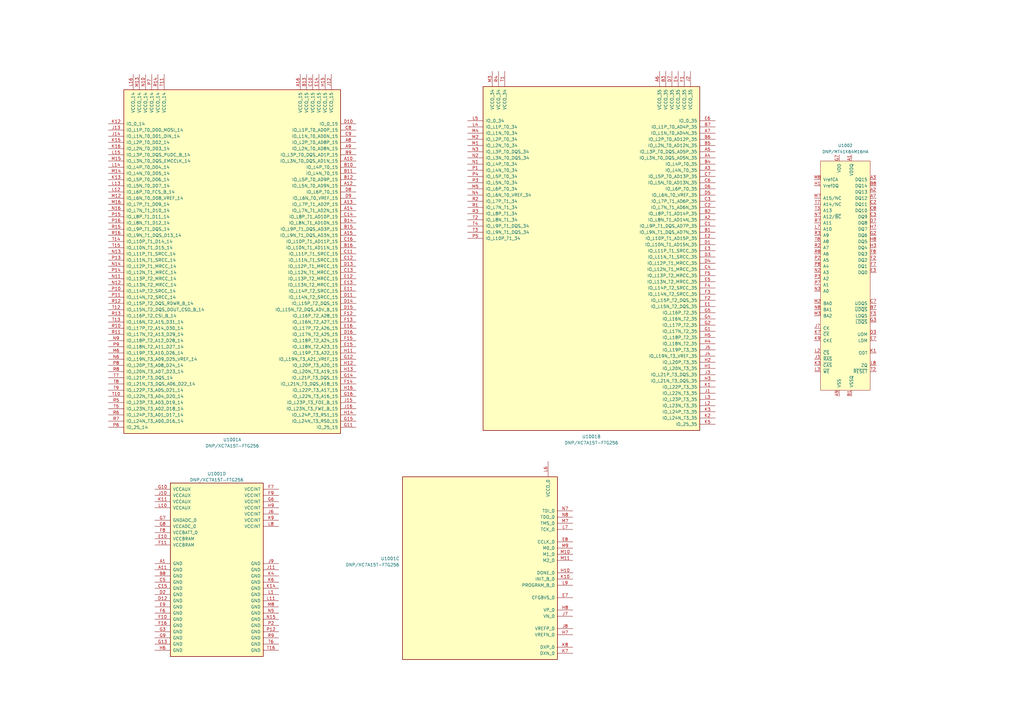
<source format=kicad_sch>
(kicad_sch (version 20210406) (generator eeschema)
  (paper "A3")
  (title_block (title "Archer Mainboard") (date "2021-05-06") (rev "R0.1 draft") (company "Copyright EI-2030 2021. / Engineer: Wenting Zhang") (comment 2 "MERCHANTABILITY, SATISFACTORY QUALITY AND FITNESS FOR A PARTICULAR PURPOSE.") (comment 3 "This source is distributed WITHOUT ANY EXPRESS OR IMPLIED WARRANTY, INCLUDING OF") (comment 4 "This source describes Open Hardware and is licensed under the CERN-OHL-S v2."))
  (lib_symbols
    (symbol "FPGA_Xilinx_Artix7:XC7A15T-FTG256" (pin_names (offset 1.016))
      (property "Reference" "U" (at 0 1.27 0))
      (property "Value" "XC7A15T-FTG256" (at 0 -1.27 0))
      (symbol "XC7A15T-FTG256_1_1"
        (rectangle (start -44.45 67.31) (end 44.45 -73.66) (stroke (width 0.254)) (fill (type background)))
        (pin bidirectional line (at 50.8 38.1 180) (length 6.35) (name "IO_L3N_T0_DQS_AD1N_15") (number "A10"))
        (pin bidirectional line (at 50.8 27.94 180) (length 6.35) (name "IO_L5N_T0_AD9N_15") (number "A12"))
        (pin bidirectional line (at 50.8 20.32 180) (length 6.35) (name "IO_L7P_T1_AD2P_15") (number "A13"))
        (pin bidirectional line (at 50.8 17.78 180) (length 6.35) (name "IO_L7N_T1_AD2N_15") (number "A14"))
        (pin bidirectional line (at 50.8 7.62 180) (length 6.35) (name "IO_L9N_T1_DQS_AD3N_15") (number "A15"))
        (pin power_in line (at 27.94 73.66 270) (length 6.35) (name "VCCO_15") (number "A16"))
        (pin bidirectional line (at 50.8 45.72 180) (length 6.35) (name "IO_L2P_T0_AD8P_15") (number "A8"))
        (pin bidirectional line (at 50.8 43.18 180) (length 6.35) (name "IO_L2N_T0_AD8N_15") (number "A9"))
        (pin bidirectional line (at 50.8 35.56 180) (length 6.35) (name "IO_L4P_T0_15") (number "B10"))
        (pin bidirectional line (at 50.8 33.02 180) (length 6.35) (name "IO_L4N_T0_15") (number "B11"))
        (pin bidirectional line (at 50.8 30.48 180) (length 6.35) (name "IO_L5P_T0_AD9P_15") (number "B12"))
        (pin power_in line (at 30.48 73.66 270) (length 6.35) (name "VCCO_15") (number "B13"))
        (pin bidirectional line (at 50.8 12.7 180) (length 6.35) (name "IO_L8N_T1_AD10N_15") (number "B14"))
        (pin bidirectional line (at 50.8 10.16 180) (length 6.35) (name "IO_L9P_T1_DQS_AD3P_15") (number "B15"))
        (pin bidirectional line (at 50.8 2.54 180) (length 6.35) (name "IO_L10N_T1_AD11N_15") (number "B16"))
        (pin bidirectional line (at 50.8 40.64 180) (length 6.35) (name "IO_L3P_T0_DQS_AD1P_15") (number "B9"))
        (pin power_in line (at 33.02 73.66 270) (length 6.35) (name "VCCO_15") (number "C10"))
        (pin bidirectional line (at 50.8 0 180) (length 6.35) (name "IO_L11P_T1_SRCC_15") (number "C11"))
        (pin bidirectional line (at 50.8 -2.54 180) (length 6.35) (name "IO_L11N_T1_SRCC_15") (number "C12"))
        (pin bidirectional line (at 50.8 -7.62 180) (length 6.35) (name "IO_L12N_T1_MRCC_15") (number "C13"))
        (pin bidirectional line (at 50.8 15.24 180) (length 6.35) (name "IO_L8P_T1_AD10P_15") (number "C14"))
        (pin bidirectional line (at 50.8 5.08 180) (length 6.35) (name "IO_L10P_T1_AD11P_15") (number "C16"))
        (pin bidirectional line (at 50.8 50.8 180) (length 6.35) (name "IO_L1P_T0_AD0P_15") (number "C8"))
        (pin bidirectional line (at 50.8 48.26 180) (length 6.35) (name "IO_L1N_T0_AD0N_15") (number "C9"))
        (pin bidirectional line (at 50.8 53.34 180) (length 6.35) (name "IO_0_15") (number "D10"))
        (pin bidirectional line (at 50.8 -17.78 180) (length 6.35) (name "IO_L14N_T2_SRCC_15") (number "D11"))
        (pin bidirectional line (at 50.8 -5.08 180) (length 6.35) (name "IO_L12P_T1_MRCC_15") (number "D13"))
        (pin bidirectional line (at 50.8 -20.32 180) (length 6.35) (name "IO_L15P_T2_DQS_15") (number "D14"))
        (pin bidirectional line (at 50.8 -22.86 180) (length 6.35) (name "IO_L15N_T2_DQS_ADV_B_15") (number "D15"))
        (pin bidirectional line (at 50.8 -33.02 180) (length 6.35) (name "IO_L17N_T2_A25_15") (number "D16"))
        (pin bidirectional line (at 50.8 25.4 180) (length 6.35) (name "IO_L6P_T0_15") (number "D8"))
        (pin bidirectional line (at 50.8 22.86 180) (length 6.35) (name "IO_L6N_T0_VREF_15") (number "D9"))
        (pin bidirectional line (at 50.8 -15.24 180) (length 6.35) (name "IO_L14P_T2_SRCC_15") (number "E11"))
        (pin bidirectional line (at 50.8 -10.16 180) (length 6.35) (name "IO_L13P_T2_MRCC_15") (number "E12"))
        (pin bidirectional line (at 50.8 -12.7 180) (length 6.35) (name "IO_L13N_T2_MRCC_15") (number "E13"))
        (pin power_in line (at 35.56 73.66 270) (length 6.35) (name "VCCO_15") (number "E14"))
        (pin bidirectional line (at 50.8 -38.1 180) (length 6.35) (name "IO_L18N_T2_A23_15") (number "E15"))
        (pin bidirectional line (at 50.8 -30.48 180) (length 6.35) (name "IO_L17P_T2_A26_15") (number "E16"))
        (pin bidirectional line (at 50.8 -25.4 180) (length 6.35) (name "IO_L16P_T2_A28_15") (number "F12"))
        (pin bidirectional line (at 50.8 -27.94 180) (length 6.35) (name "IO_L16N_T2_A27_15") (number "F13"))
        (pin bidirectional line (at 50.8 -53.34 180) (length 6.35) (name "IO_L21N_T3_DQS_A18_15") (number "F14"))
        (pin bidirectional line (at 50.8 -35.56 180) (length 6.35) (name "IO_L18P_T2_A24_15") (number "F15"))
        (pin bidirectional line (at 50.8 -71.12 180) (length 6.35) (name "IO_25_15") (number "G11"))
        (pin bidirectional line (at 50.8 -43.18 180) (length 6.35) (name "IO_L19N_T3_A21_VREF_15") (number "G12"))
        (pin bidirectional line (at 50.8 -50.8 180) (length 6.35) (name "IO_L21P_T3_DQS_15") (number "G14"))
        (pin bidirectional line (at 50.8 -68.58 180) (length 6.35) (name "IO_L24N_T3_RS0_15") (number "G15"))
        (pin bidirectional line (at 50.8 -58.42 180) (length 6.35) (name "IO_L22N_T3_A16_15") (number "G16"))
        (pin bidirectional line (at 50.8 -40.64 180) (length 6.35) (name "IO_L19P_T3_A22_15") (number "H11"))
        (pin bidirectional line (at 50.8 -45.72 180) (length 6.35) (name "IO_L20P_T3_A20_15") (number "H12"))
        (pin bidirectional line (at 50.8 -48.26 180) (length 6.35) (name "IO_L20N_T3_A19_15") (number "H13"))
        (pin bidirectional line (at 50.8 -66.04 180) (length 6.35) (name "IO_L24P_T3_RS1_15") (number "H14"))
        (pin power_in line (at 38.1 73.66 270) (length 6.35) (name "VCCO_15") (number "H15"))
        (pin bidirectional line (at 50.8 -55.88 180) (length 6.35) (name "IO_L22P_T3_A17_15") (number "H16"))
        (pin power_in line (at 40.64 73.66 270) (length 6.35) (name "VCCO_15") (number "J12"))
        (pin bidirectional line (at -50.8 50.8 0) (length 6.35) (name "IO_L1P_T0_D00_MOSI_14") (number "J13"))
        (pin bidirectional line (at -50.8 48.26 0) (length 6.35) (name "IO_L1N_T0_D01_DIN_14") (number "J14"))
        (pin bidirectional line (at 50.8 -60.96 180) (length 6.35) (name "IO_L23P_T3_FOE_B_15") (number "J15"))
        (pin bidirectional line (at 50.8 -63.5 180) (length 6.35) (name "IO_L23N_T3_FWE_B_15") (number "J16"))
        (pin bidirectional line (at -50.8 53.34 0) (length 6.35) (name "IO_0_14") (number "K12"))
        (pin bidirectional line (at -50.8 30.48 0) (length 6.35) (name "IO_L5P_T0_D06_14") (number "K13"))
        (pin bidirectional line (at -50.8 45.72 0) (length 6.35) (name "IO_L2P_T0_D02_14") (number "K15"))
        (pin bidirectional line (at -50.8 43.18 0) (length 6.35) (name "IO_L2N_T0_D03_14") (number "K16"))
        (pin bidirectional line (at -50.8 25.4 0) (length 6.35) (name "IO_L6P_T0_FCS_B_14") (number "L12"))
        (pin bidirectional line (at -50.8 27.94 0) (length 6.35) (name "IO_L5N_T0_D07_14") (number "L13"))
        (pin bidirectional line (at -50.8 35.56 0) (length 6.35) (name "IO_L4P_T0_D04_14") (number "L14"))
        (pin bidirectional line (at -50.8 40.64 0) (length 6.35) (name "IO_L3P_T0_DQS_PUDC_B_14") (number "L15"))
        (pin power_in line (at -40.64 73.66 270) (length 6.35) (name "VCCO_14") (number "L16"))
        (pin bidirectional line (at -50.8 22.86 0) (length 6.35) (name "IO_L6N_T0_D08_VREF_14") (number "M12"))
        (pin power_in line (at -38.1 73.66 270) (length 6.35) (name "VCCO_14") (number "M13"))
        (pin bidirectional line (at -50.8 33.02 0) (length 6.35) (name "IO_L4N_T0_D05_14") (number "M14"))
        (pin bidirectional line (at -50.8 38.1 0) (length 6.35) (name "IO_L3N_T0_DQS_EMCCLK_14") (number "M15"))
        (pin bidirectional line (at -50.8 20.32 0) (length 6.35) (name "IO_L7P_T1_D09_14") (number "M16"))
        (pin bidirectional line (at -50.8 -40.64 0) (length 6.35) (name "IO_L19P_T3_A10_D26_14") (number "M6"))
        (pin power_in line (at -35.56 73.66 270) (length 6.35) (name "VCCO_14") (number "N10"))
        (pin bidirectional line (at -50.8 -10.16 0) (length 6.35) (name "IO_L13P_T2_MRCC_14") (number "N11"))
        (pin bidirectional line (at -50.8 -12.7 0) (length 6.35) (name "IO_L13N_T2_MRCC_14") (number "N12"))
        (pin bidirectional line (at -50.8 0 0) (length 6.35) (name "IO_L11P_T1_SRCC_14") (number "N13"))
        (pin bidirectional line (at -50.8 -5.08 0) (length 6.35) (name "IO_L12P_T1_MRCC_14") (number "N14"))
        (pin bidirectional line (at -50.8 17.78 0) (length 6.35) (name "IO_L7N_T1_D10_14") (number "N16"))
        (pin bidirectional line (at -50.8 -43.18 0) (length 6.35) (name "IO_L19N_T3_A09_D25_VREF_14") (number "N6"))
        (pin bidirectional line (at -50.8 -35.56 0) (length 6.35) (name "IO_L18P_T2_A12_D28_14") (number "N9"))
        (pin bidirectional line (at -50.8 -15.24 0) (length 6.35) (name "IO_L14P_T2_SRCC_14") (number "P10"))
        (pin bidirectional line (at -50.8 -17.78 0) (length 6.35) (name "IO_L14N_T2_SRCC_14") (number "P11"))
        (pin bidirectional line (at -50.8 -2.54 0) (length 6.35) (name "IO_L11N_T1_SRCC_14") (number "P13"))
        (pin bidirectional line (at -50.8 -7.62 0) (length 6.35) (name "IO_L12N_T1_MRCC_14") (number "P14"))
        (pin bidirectional line (at -50.8 15.24 0) (length 6.35) (name "IO_L8P_T1_D11_14") (number "P15"))
        (pin bidirectional line (at -50.8 12.7 0) (length 6.35) (name "IO_L8N_T1_D12_14") (number "P16"))
        (pin bidirectional line (at -50.8 -71.12 0) (length 6.35) (name "IO_25_14") (number "P6"))
        (pin power_in line (at -33.02 73.66 270) (length 6.35) (name "VCCO_14") (number "P7"))
        (pin bidirectional line (at -50.8 -45.72 0) (length 6.35) (name "IO_L20P_T3_A08_D24_14") (number "P8"))
        (pin bidirectional line (at -50.8 -38.1 0) (length 6.35) (name "IO_L18N_T2_A11_D27_14") (number "P9"))
        (pin bidirectional line (at -50.8 -30.48 0) (length 6.35) (name "IO_L17P_T2_A14_D30_14") (number "R10"))
        (pin bidirectional line (at -50.8 -33.02 0) (length 6.35) (name "IO_L17N_T2_A13_D29_14") (number "R11"))
        (pin bidirectional line (at -50.8 -20.32 0) (length 6.35) (name "IO_L15P_T2_DQS_RDWR_B_14") (number "R12"))
        (pin bidirectional line (at -50.8 -25.4 0) (length 6.35) (name "IO_L16P_T2_CSI_B_14") (number "R13"))
        (pin power_in line (at -30.48 73.66 270) (length 6.35) (name "VCCO_14") (number "R14"))
        (pin bidirectional line (at -50.8 10.16 0) (length 6.35) (name "IO_L9P_T1_DQS_14") (number "R15"))
        (pin bidirectional line (at -50.8 7.62 0) (length 6.35) (name "IO_L9N_T1_DQS_D13_14") (number "R16"))
        (pin bidirectional line (at -50.8 -60.96 0) (length 6.35) (name "IO_L23P_T3_A03_D19_14") (number "R5"))
        (pin bidirectional line (at -50.8 -66.04 0) (length 6.35) (name "IO_L24P_T3_A01_D17_14") (number "R6"))
        (pin bidirectional line (at -50.8 -68.58 0) (length 6.35) (name "IO_L24N_T3_A00_D16_14") (number "R7"))
        (pin bidirectional line (at -50.8 -48.26 0) (length 6.35) (name "IO_L20N_T3_A07_D23_14") (number "R8"))
        (pin bidirectional line (at -50.8 -58.42 0) (length 6.35) (name "IO_L22N_T3_A04_D20_14") (number "T10"))
        (pin power_in line (at -27.94 73.66 270) (length 6.35) (name "VCCO_14") (number "T11"))
        (pin bidirectional line (at -50.8 -22.86 0) (length 6.35) (name "IO_L15N_T2_DQS_DOUT_CSO_B_14") (number "T12"))
        (pin bidirectional line (at -50.8 -27.94 0) (length 6.35) (name "IO_L16N_T2_A15_D31_14") (number "T13"))
        (pin bidirectional line (at -50.8 5.08 0) (length 6.35) (name "IO_L10P_T1_D14_14") (number "T14"))
        (pin bidirectional line (at -50.8 2.54 0) (length 6.35) (name "IO_L10N_T1_D15_14") (number "T15"))
        (pin bidirectional line (at -50.8 -63.5 0) (length 6.35) (name "IO_L23N_T3_A02_D18_14") (number "T5"))
        (pin bidirectional line (at -50.8 -50.8 0) (length 6.35) (name "IO_L21P_T3_DQS_14") (number "T7"))
        (pin bidirectional line (at -50.8 -53.34 0) (length 6.35) (name "IO_L21N_T3_DQS_A06_D22_14") (number "T8"))
        (pin bidirectional line (at -50.8 -55.88 0) (length 6.35) (name "IO_L22P_T3_A05_D21_14") (number "T9"))
      )
      (symbol "XC7A15T-FTG256_2_1"
        (rectangle (start -44.45 67.31) (end 44.45 -73.66) (stroke (width 0.254)) (fill (type background)))
        (pin bidirectional line (at 50.8 12.7 180) (length 6.35) (name "IO_L8N_T1_AD14N_35") (number "A2"))
        (pin bidirectional line (at 50.8 33.02 180) (length 6.35) (name "IO_L4N_T0_35") (number "A3"))
        (pin bidirectional line (at 50.8 38.1 180) (length 6.35) (name "IO_L3N_T0_DQS_AD5N_35") (number "A4"))
        (pin bidirectional line (at 50.8 40.64 180) (length 6.35) (name "IO_L3P_T0_DQS_AD5P_35") (number "A5"))
        (pin power_in line (at 27.94 73.66 270) (length 6.35) (name "VCCO_35") (number "A6"))
        (pin bidirectional line (at 50.8 48.26 180) (length 6.35) (name "IO_L1N_T0_AD4N_35") (number "A7"))
        (pin bidirectional line (at 50.8 7.62 180) (length 6.35) (name "IO_L9N_T1_DQS_AD7N_35") (number "B1"))
        (pin bidirectional line (at 50.8 15.24 180) (length 6.35) (name "IO_L8P_T1_AD14P_35") (number "B2"))
        (pin power_in line (at 30.48 73.66 270) (length 6.35) (name "VCCO_35") (number "B3"))
        (pin bidirectional line (at 50.8 35.56 180) (length 6.35) (name "IO_L4P_T0_35") (number "B4"))
        (pin bidirectional line (at 50.8 43.18 180) (length 6.35) (name "IO_L2N_T0_AD12N_35") (number "B5"))
        (pin bidirectional line (at 50.8 45.72 180) (length 6.35) (name "IO_L2P_T0_AD12P_35") (number "B6"))
        (pin bidirectional line (at 50.8 50.8 180) (length 6.35) (name "IO_L1P_T0_AD4P_35") (number "B7"))
        (pin bidirectional line (at 50.8 10.16 180) (length 6.35) (name "IO_L9P_T1_DQS_AD7P_35") (number "C1"))
        (pin bidirectional line (at 50.8 17.78 180) (length 6.35) (name "IO_L7N_T1_AD6N_35") (number "C2"))
        (pin bidirectional line (at 50.8 20.32 180) (length 6.35) (name "IO_L7P_T1_AD6P_35") (number "C3"))
        (pin bidirectional line (at 50.8 -7.62 180) (length 6.35) (name "IO_L12N_T1_MRCC_35") (number "C4"))
        (pin bidirectional line (at 50.8 27.94 180) (length 6.35) (name "IO_L5N_T0_AD13N_35") (number "C6"))
        (pin bidirectional line (at 50.8 30.48 180) (length 6.35) (name "IO_L5P_T0_AD13P_35") (number "C7"))
        (pin bidirectional line (at 50.8 2.54 180) (length 6.35) (name "IO_L10N_T1_AD15N_35") (number "D1"))
        (pin bidirectional line (at 50.8 -2.54 180) (length 6.35) (name "IO_L11N_T1_SRCC_35") (number "D3"))
        (pin bidirectional line (at 50.8 -5.08 180) (length 6.35) (name "IO_L12P_T1_MRCC_35") (number "D4"))
        (pin bidirectional line (at 50.8 22.86 180) (length 6.35) (name "IO_L6N_T0_VREF_35") (number "D5"))
        (pin bidirectional line (at 50.8 25.4 180) (length 6.35) (name "IO_L6P_T0_35") (number "D6"))
        (pin power_in line (at 33.02 73.66 270) (length 6.35) (name "VCCO_35") (number "D7"))
        (pin bidirectional line (at 50.8 -22.86 180) (length 6.35) (name "IO_L15N_T2_DQS_35") (number "E1"))
        (pin bidirectional line (at 50.8 5.08 180) (length 6.35) (name "IO_L10P_T1_AD15P_35") (number "E2"))
        (pin bidirectional line (at 50.8 0 180) (length 6.35) (name "IO_L11P_T1_SRCC_35") (number "E3"))
        (pin power_in line (at 35.56 73.66 270) (length 6.35) (name "VCCO_35") (number "E4"))
        (pin bidirectional line (at 50.8 -12.7 180) (length 6.35) (name "IO_L13N_T2_MRCC_35") (number "E5"))
        (pin bidirectional line (at 50.8 53.34 180) (length 6.35) (name "IO_0_35") (number "E6"))
        (pin power_in line (at 38.1 73.66 270) (length 6.35) (name "VCCO_35") (number "F1"))
        (pin bidirectional line (at 50.8 -20.32 180) (length 6.35) (name "IO_L15P_T2_DQS_35") (number "F2"))
        (pin bidirectional line (at 50.8 -17.78 180) (length 6.35) (name "IO_L14N_T2_SRCC_35") (number "F3"))
        (pin bidirectional line (at 50.8 -15.24 180) (length 6.35) (name "IO_L14P_T2_SRCC_35") (number "F4"))
        (pin bidirectional line (at 50.8 -10.16 180) (length 6.35) (name "IO_L13P_T2_MRCC_35") (number "F5"))
        (pin bidirectional line (at 50.8 -33.02 180) (length 6.35) (name "IO_L17N_T2_35") (number "G1"))
        (pin bidirectional line (at 50.8 -30.48 180) (length 6.35) (name "IO_L17P_T2_35") (number "G2"))
        (pin bidirectional line (at 50.8 -27.94 180) (length 6.35) (name "IO_L16N_T2_35") (number "G4"))
        (pin bidirectional line (at 50.8 -25.4 180) (length 6.35) (name "IO_L16P_T2_35") (number "G5"))
        (pin bidirectional line (at 50.8 -48.26 180) (length 6.35) (name "IO_L20N_T3_35") (number "H1"))
        (pin bidirectional line (at 50.8 -45.72 180) (length 6.35) (name "IO_L20P_T3_35") (number "H2"))
        (pin bidirectional line (at 50.8 -53.34 180) (length 6.35) (name "IO_L21N_T3_DQS_35") (number "H3"))
        (pin bidirectional line (at 50.8 -38.1 180) (length 6.35) (name "IO_L18N_T2_35") (number "H4"))
        (pin bidirectional line (at 50.8 -35.56 180) (length 6.35) (name "IO_L18P_T2_35") (number "H5"))
        (pin bidirectional line (at 50.8 -58.42 180) (length 6.35) (name "IO_L22N_T3_35") (number "J1"))
        (pin power_in line (at 40.64 73.66 270) (length 6.35) (name "VCCO_35") (number "J2"))
        (pin bidirectional line (at 50.8 -50.8 180) (length 6.35) (name "IO_L21P_T3_DQS_35") (number "J3"))
        (pin bidirectional line (at 50.8 -43.18 180) (length 6.35) (name "IO_L19N_T3_VREF_35") (number "J4"))
        (pin bidirectional line (at 50.8 -40.64 180) (length 6.35) (name "IO_L19P_T3_35") (number "J5"))
        (pin bidirectional line (at 50.8 -55.88 180) (length 6.35) (name "IO_L22P_T3_35") (number "K1"))
        (pin bidirectional line (at 50.8 -68.58 180) (length 6.35) (name "IO_L24N_T3_35") (number "K2"))
        (pin bidirectional line (at 50.8 -66.04 180) (length 6.35) (name "IO_L24P_T3_35") (number "K3"))
        (pin bidirectional line (at 50.8 -71.12 180) (length 6.35) (name "IO_25_35") (number "K5"))
        (pin bidirectional line (at 50.8 -63.5 180) (length 6.35) (name "IO_L23N_T3_35") (number "L2"))
        (pin bidirectional line (at 50.8 -60.96 180) (length 6.35) (name "IO_L23P_T3_35") (number "L3"))
        (pin bidirectional line (at -50.8 50.8 0) (length 6.35) (name "IO_L1P_T0_34") (number "L4"))
        (pin bidirectional line (at -50.8 53.34 0) (length 6.35) (name "IO_0_34") (number "L5"))
        (pin bidirectional line (at -50.8 43.18 0) (length 6.35) (name "IO_L2N_T0_34") (number "M1"))
        (pin bidirectional line (at -50.8 45.72 0) (length 6.35) (name "IO_L2P_T0_34") (number "M2"))
        (pin power_in line (at -40.64 73.66 270) (length 6.35) (name "VCCO_34") (number "M3"))
        (pin bidirectional line (at -50.8 48.26 0) (length 6.35) (name "IO_L1N_T0_34") (number "M4"))
        (pin bidirectional line (at -50.8 25.4 0) (length 6.35) (name "IO_L6P_T0_34") (number "M5"))
        (pin bidirectional line (at -50.8 35.56 0) (length 6.35) (name "IO_L4P_T0_34") (number "N1"))
        (pin bidirectional line (at -50.8 38.1 0) (length 6.35) (name "IO_L3N_T0_DQS_34") (number "N2"))
        (pin bidirectional line (at -50.8 40.64 0) (length 6.35) (name "IO_L3P_T0_DQS_34") (number "N3"))
        (pin bidirectional line (at -50.8 22.86 0) (length 6.35) (name "IO_L6N_T0_VREF_34") (number "N4"))
        (pin bidirectional line (at -50.8 33.02 0) (length 6.35) (name "IO_L4N_T0_34") (number "P1"))
        (pin bidirectional line (at -50.8 27.94 0) (length 6.35) (name "IO_L5N_T0_34") (number "P3"))
        (pin bidirectional line (at -50.8 30.48 0) (length 6.35) (name "IO_L5P_T0_34") (number "P4"))
        (pin bidirectional line (at -50.8 5.08 0) (length 6.35) (name "IO_L10P_T1_34") (number "P5"))
        (pin bidirectional line (at -50.8 17.78 0) (length 6.35) (name "IO_L7N_T1_34") (number "R1"))
        (pin bidirectional line (at -50.8 20.32 0) (length 6.35) (name "IO_L7P_T1_34") (number "R2"))
        (pin bidirectional line (at -50.8 15.24 0) (length 6.35) (name "IO_L8P_T1_34") (number "R3"))
        (pin power_in line (at -38.1 73.66 270) (length 6.35) (name "VCCO_34") (number "R4"))
        (pin power_in line (at -35.56 73.66 270) (length 6.35) (name "VCCO_34") (number "T1"))
        (pin bidirectional line (at -50.8 12.7 0) (length 6.35) (name "IO_L8N_T1_34") (number "T2"))
        (pin bidirectional line (at -50.8 7.62 0) (length 6.35) (name "IO_L9N_T1_DQS_34") (number "T3"))
        (pin bidirectional line (at -50.8 10.16 0) (length 6.35) (name "IO_L9P_T1_DQS_34") (number "T4"))
      )
      (symbol "XC7A15T-FTG256_3_1"
        (rectangle (start -31.75 34.29) (end 31.75 -40.64) (stroke (width 0.254)) (fill (type background)))
        (pin bidirectional line (at 38.1 -15.24 180) (length 6.35) (name "CFGBVS_0") (number "E7"))
        (pin bidirectional line (at 38.1 7.62 180) (length 6.35) (name "CCLK_0") (number "E8"))
        (pin bidirectional line (at 38.1 -5.08 180) (length 6.35) (name "DONE_0") (number "H10"))
        (pin bidirectional line (at 38.1 -30.48 180) (length 6.35) (name "VREFN_0") (number "H7"))
        (pin bidirectional line (at 38.1 -20.32 180) (length 6.35) (name "VP_0") (number "H8"))
        (pin bidirectional line (at 38.1 -22.86 180) (length 6.35) (name "VN_0") (number "J7"))
        (pin bidirectional line (at 38.1 -27.94 180) (length 6.35) (name "VREFP_0") (number "J8"))
        (pin bidirectional line (at 38.1 -7.62 180) (length 6.35) (name "INIT_B_0") (number "K10"))
        (pin bidirectional line (at 38.1 -38.1 180) (length 6.35) (name "DXN_0") (number "K7"))
        (pin bidirectional line (at 38.1 -35.56 180) (length 6.35) (name "DXP_0") (number "K8"))
        (pin power_in line (at 27.94 40.64 270) (length 6.35) (name "VCCO_0") (number "L6"))
        (pin bidirectional line (at 38.1 12.7 180) (length 6.35) (name "TCK_0") (number "L7"))
        (pin bidirectional line (at 38.1 -10.16 180) (length 6.35) (name "PROGRAM_B_0") (number "L9"))
        (pin bidirectional line (at 38.1 2.54 180) (length 6.35) (name "M1_0") (number "M10"))
        (pin bidirectional line (at 38.1 0 180) (length 6.35) (name "M2_0") (number "M11"))
        (pin bidirectional line (at 38.1 15.24 180) (length 6.35) (name "TMS_0") (number "M7"))
        (pin bidirectional line (at 38.1 5.08 180) (length 6.35) (name "M0_0") (number "M9"))
        (pin bidirectional line (at 38.1 20.32 180) (length 6.35) (name "TDI_0") (number "N7"))
        (pin bidirectional line (at 38.1 17.78 180) (length 6.35) (name "TDO_0") (number "N8"))
      )
      (symbol "XC7A15T-FTG256_4_1"
        (rectangle (start -19.05 35.56) (end 19.05 -35.56) (stroke (width 0.254)) (fill (type background)))
        (pin power_in line (at -25.4 2.54 0) (length 6.35) (name "GND") (number "A1"))
        (pin power_in line (at -25.4 0 0) (length 6.35) (name "GND") (number "A11"))
        (pin power_in line (at -25.4 -2.54 0) (length 6.35) (name "GND") (number "B8"))
        (pin power_in line (at -25.4 -7.62 0) (length 6.35) (name "GND") (number "C15"))
        (pin power_in line (at -25.4 -5.08 0) (length 6.35) (name "GND") (number "C5"))
        (pin power_in line (at -25.4 -12.7 0) (length 6.35) (name "GND") (number "D12"))
        (pin power_in line (at -25.4 -10.16 0) (length 6.35) (name "GND") (number "D2"))
        (pin power_in line (at -25.4 12.7 0) (length 6.35) (name "VCCBRAM") (number "E10"))
        (pin power_in line (at -25.4 -15.24 0) (length 6.35) (name "GND") (number "E9"))
        (pin power_in line (at -25.4 -20.32 0) (length 6.35) (name "GND") (number "F10"))
        (pin power_in line (at -25.4 10.16 0) (length 6.35) (name "VCCBRAM") (number "F11"))
        (pin power_in line (at -25.4 -22.86 0) (length 6.35) (name "GND") (number "F16"))
        (pin power_in line (at -25.4 -17.78 0) (length 6.35) (name "GND") (number "F6"))
        (pin power_in line (at 25.4 33.02 180) (length 6.35) (name "VCCINT") (number "F7"))
        (pin power_in line (at -25.4 15.24 0) (length 6.35) (name "VCCBATT_0") (number "F8"))
        (pin power_in line (at 25.4 30.48 180) (length 6.35) (name "VCCINT") (number "F9"))
        (pin power_in line (at -25.4 33.02 0) (length 6.35) (name "VCCAUX") (number "G10"))
        (pin power_in line (at -25.4 -30.48 0) (length 6.35) (name "GND") (number "G13"))
        (pin power_in line (at -25.4 -25.4 0) (length 6.35) (name "GND") (number "G3"))
        (pin power_in line (at 25.4 27.94 180) (length 6.35) (name "VCCINT") (number "G6"))
        (pin power_in line (at -25.4 20.32 0) (length 6.35) (name "GNDADC_0") (number "G7"))
        (pin power_in line (at -25.4 17.78 0) (length 6.35) (name "VCCADC_0") (number "G8"))
        (pin power_in line (at -25.4 -27.94 0) (length 6.35) (name "GND") (number "G9"))
        (pin power_in line (at -25.4 -33.02 0) (length 6.35) (name "GND") (number "H6"))
        (pin power_in line (at 25.4 25.4 180) (length 6.35) (name "VCCINT") (number "H9"))
        (pin power_in line (at -25.4 30.48 0) (length 6.35) (name "VCCAUX") (number "J10"))
        (pin power_in line (at 25.4 0 180) (length 6.35) (name "GND") (number "J11"))
        (pin power_in line (at 25.4 22.86 180) (length 6.35) (name "VCCINT") (number "J6"))
        (pin power_in line (at 25.4 2.54 180) (length 6.35) (name "GND") (number "J9"))
        (pin power_in line (at -25.4 27.94 0) (length 6.35) (name "VCCAUX") (number "K11"))
        (pin power_in line (at 25.4 -7.62 180) (length 6.35) (name "GND") (number "K14"))
        (pin power_in line (at 25.4 -2.54 180) (length 6.35) (name "GND") (number "K4"))
        (pin power_in line (at 25.4 -5.08 180) (length 6.35) (name "GND") (number "K6"))
        (pin power_in line (at 25.4 20.32 180) (length 6.35) (name "VCCINT") (number "K9"))
        (pin power_in line (at 25.4 -10.16 180) (length 6.35) (name "GND") (number "L1"))
        (pin power_in line (at -25.4 25.4 0) (length 6.35) (name "VCCAUX") (number "L10"))
        (pin power_in line (at 25.4 -12.7 180) (length 6.35) (name "GND") (number "L11"))
        (pin power_in line (at 25.4 17.78 180) (length 6.35) (name "VCCINT") (number "L8"))
        (pin power_in line (at 25.4 -15.24 180) (length 6.35) (name "GND") (number "M8"))
        (pin power_in line (at 25.4 -20.32 180) (length 6.35) (name "GND") (number "N15"))
        (pin power_in line (at 25.4 -17.78 180) (length 6.35) (name "GND") (number "N5"))
        (pin power_in line (at 25.4 -25.4 180) (length 6.35) (name "GND") (number "P12"))
        (pin power_in line (at 25.4 -22.86 180) (length 6.35) (name "GND") (number "P2"))
        (pin power_in line (at 25.4 -27.94 180) (length 6.35) (name "GND") (number "R9"))
        (pin power_in line (at 25.4 -33.02 180) (length 6.35) (name "GND") (number "T16"))
        (pin power_in line (at 25.4 -30.48 180) (length 6.35) (name "GND") (number "T6"))
      )
    )
    (symbol "symbols:MT41K256M16HA" (pin_names (offset 1.016))
      (property "Reference" "U" (at 0 5.08 0))
      (property "Value" "MT41K256M16HA" (at 0 5.08 0))
      (symbol "MT41K256M16HA_0_1"
        (rectangle (start -10.16 -2.54) (end 10.16 -96.52) (fill (type background)))
      )
      (symbol "MT41K256M16HA_1_1"
        (pin power_in line (at 2.54 0 270) (length 2.54) (name "VDDQ") (number "A1"))
        (pin bidirectional line (at 12.7 -15.24 180) (length 2.54) (name "DQ13") (number "A2"))
        (pin bidirectional line (at 12.7 -10.16 180) (length 2.54) (name "DQ15") (number "A3"))
        (pin bidirectional line (at 12.7 -17.78 180) (length 2.54) (name "DQ12") (number "A7"))
        (pin power_in line (at 2.54 0 270) (length 2.54) hide (name "VDDQ") (number "A8"))
        (pin power_in line (at -2.54 -99.06 90) (length 2.54) (name "VSS") (number "A9"))
        (pin power_in line (at 2.54 -99.06 90) (length 2.54) (name "VSSQ") (number "B1"))
        (pin power_in line (at -2.54 0 270) (length 2.54) hide (name "VDD") (number "B2"))
        (pin power_in line (at -2.54 -99.06 90) (length 2.54) hide (name "VSS") (number "B3"))
        (pin input line (at 12.7 -63.5 180) (length 2.54) (name "~UDQS") (number "B7"))
        (pin bidirectional line (at 12.7 -12.7 180) (length 2.54) (name "DQ14") (number "B8"))
        (pin power_in line (at 2.54 -99.06 90) (length 2.54) hide (name "VSSQ") (number "B9"))
        (pin power_in line (at 2.54 0 270) (length 2.54) hide (name "VDDQ") (number "C1"))
        (pin bidirectional line (at 12.7 -20.32 180) (length 2.54) (name "DQ11") (number "C2"))
        (pin bidirectional line (at 12.7 -25.4 180) (length 2.54) (name "DQ9") (number "C3"))
        (pin bidirectional line (at 12.7 -60.96 180) (length 2.54) (name "UDQS") (number "C7"))
        (pin bidirectional line (at 12.7 -22.86 180) (length 2.54) (name "DQ10") (number "C8"))
        (pin power_in line (at 2.54 0 270) (length 2.54) hide (name "VDDQ") (number "C9"))
        (pin power_in line (at 2.54 -99.06 90) (length 2.54) hide (name "VSSQ") (number "D1"))
        (pin power_in line (at 2.54 0 270) (length 2.54) hide (name "VDDQ") (number "D2"))
        (pin input line (at 12.7 -73.66 180) (length 2.54) (name "UDM") (number "D3"))
        (pin bidirectional line (at 12.7 -27.94 180) (length 2.54) (name "DQ8") (number "D7"))
        (pin power_in line (at 2.54 -99.06 90) (length 2.54) hide (name "VSSQ") (number "D8"))
        (pin power_in line (at -2.54 0 270) (length 2.54) hide (name "VDD") (number "D9"))
        (pin power_in line (at -2.54 -99.06 90) (length 2.54) hide (name "VSS") (number "E1"))
        (pin power_in line (at 2.54 -99.06 90) (length 2.54) hide (name "VSSQ") (number "E2"))
        (pin bidirectional line (at 12.7 -48.26 180) (length 2.54) (name "DQ0") (number "E3"))
        (pin input line (at 12.7 -76.2 180) (length 2.54) (name "LDM") (number "E7"))
        (pin power_in line (at 2.54 -99.06 90) (length 2.54) hide (name "VSSQ") (number "E8"))
        (pin power_in line (at 2.54 0 270) (length 2.54) hide (name "VDDQ") (number "E9"))
        (pin power_in line (at 2.54 0 270) (length 2.54) hide (name "VDDQ") (number "F1"))
        (pin bidirectional line (at 12.7 -43.18 180) (length 2.54) (name "DQ2") (number "F2"))
        (pin input line (at 12.7 -66.04 180) (length 2.54) (name "LDQS") (number "F3"))
        (pin bidirectional line (at 12.7 -45.72 180) (length 2.54) (name "DQ1") (number "F7"))
        (pin bidirectional line (at 12.7 -40.64 180) (length 2.54) (name "DQ3") (number "F8"))
        (pin power_in line (at 2.54 -99.06 90) (length 2.54) hide (name "VSSQ") (number "F9"))
        (pin power_in line (at 2.54 -99.06 90) (length 2.54) hide (name "VSSQ") (number "G1"))
        (pin bidirectional line (at 12.7 -33.02 180) (length 2.54) (name "DQ6") (number "G2"))
        (pin input line (at 12.7 -68.58 180) (length 2.54) (name "~LDQS") (number "G3"))
        (pin power_in line (at -2.54 0 270) (length 2.54) (name "VDD") (number "G7"))
        (pin power_in line (at -2.54 -99.06 90) (length 2.54) hide (name "VSS") (number "G8"))
        (pin power_in line (at 2.54 -99.06 90) (length 2.54) hide (name "VSSQ") (number "G9"))
        (pin power_in line (at -12.7 -12.7 0) (length 2.54) (name "VrefDQ") (number "H1"))
        (pin power_in line (at 2.54 0 270) (length 2.54) hide (name "VDDQ") (number "H2"))
        (pin bidirectional line (at 12.7 -38.1 180) (length 2.54) (name "DQ4") (number "H3"))
        (pin bidirectional line (at 12.7 -30.48 180) (length 2.54) (name "DQ7") (number "H7"))
        (pin bidirectional line (at 12.7 -35.56 180) (length 2.54) (name "DQ5") (number "H8"))
        (pin power_in line (at 2.54 0 270) (length 2.54) hide (name "VDDQ") (number "H9"))
        (pin power_in line (at -2.54 -99.06 90) (length 2.54) hide (name "VSS") (number "J2"))
        (pin input line (at -12.7 -83.82 0) (length 2.54) (name "~RAS") (number "J3"))
        (pin input line (at -12.7 -71.12 0) (length 2.54) (name "CK") (number "J7"))
        (pin power_in line (at -2.54 -99.06 90) (length 2.54) hide (name "VSS") (number "J8"))
        (pin input line (at 12.7 -81.28 180) (length 2.54) (name "ODT") (number "K1"))
        (pin power_in line (at -2.54 0 270) (length 2.54) hide (name "VDD") (number "K2"))
        (pin input line (at -12.7 -86.36 0) (length 2.54) (name "~CAS") (number "K3"))
        (pin input line (at -12.7 -73.66 0) (length 2.54) (name "~CK") (number "K7"))
        (pin power_in line (at -2.54 0 270) (length 2.54) hide (name "VDD") (number "K8"))
        (pin input line (at -12.7 -76.2 0) (length 2.54) (name "CKE") (number "K9"))
        (pin input line (at -12.7 -81.28 0) (length 2.54) (name "~CS") (number "L2"))
        (pin input line (at -12.7 -88.9 0) (length 2.54) (name "~WE") (number "L3"))
        (pin input line (at -12.7 -30.48 0) (length 2.54) (name "A10") (number "L7"))
        (pin input line (at 12.7 -86.36 180) (length 2.54) (name "ZQ") (number "L8"))
        (pin power_in line (at -2.54 -99.06 90) (length 2.54) hide (name "VSS") (number "M1"))
        (pin input line (at -12.7 -60.96 0) (length 2.54) (name "BA0") (number "M2"))
        (pin input line (at -12.7 -66.04 0) (length 2.54) (name "BA2") (number "M3"))
        (pin input line (at -12.7 -17.78 0) (length 2.54) (name "A15/NC") (number "M7"))
        (pin power_in line (at -12.7 -10.16 0) (length 2.54) (name "VrefCA") (number "M8"))
        (pin power_in line (at -2.54 -99.06 90) (length 2.54) hide (name "VSS") (number "M9"))
        (pin power_in line (at -2.54 0 270) (length 2.54) hide (name "VDD") (number "N1"))
        (pin input line (at -12.7 -48.26 0) (length 2.54) (name "A3") (number "N2"))
        (pin input line (at -12.7 -55.88 0) (length 2.54) (name "A0") (number "N3"))
        (pin input line (at -12.7 -25.4 0) (length 2.54) (name "A12/~BC") (number "N7"))
        (pin input line (at -12.7 -63.5 0) (length 2.54) (name "BA1") (number "N8"))
        (pin power_in line (at -2.54 0 270) (length 2.54) hide (name "VDD") (number "N9"))
        (pin power_in line (at -2.54 -99.06 90) (length 2.54) hide (name "VSS") (number "P1"))
        (pin input line (at -12.7 -43.18 0) (length 2.54) (name "A5") (number "P2"))
        (pin input line (at -12.7 -50.8 0) (length 2.54) (name "A2") (number "P3"))
        (pin input line (at -12.7 -53.34 0) (length 2.54) (name "A1") (number "P7"))
        (pin input line (at -12.7 -45.72 0) (length 2.54) (name "A4") (number "P8"))
        (pin power_in line (at -2.54 -99.06 90) (length 2.54) hide (name "VSS") (number "P9"))
        (pin power_in line (at -2.54 0 270) (length 2.54) hide (name "VDD") (number "R1"))
        (pin input line (at -12.7 -38.1 0) (length 2.54) (name "A7") (number "R2"))
        (pin input line (at -12.7 -33.02 0) (length 2.54) (name "A9") (number "R3"))
        (pin input line (at -12.7 -27.94 0) (length 2.54) (name "A11") (number "R7"))
        (pin input line (at -12.7 -40.64 0) (length 2.54) (name "A6") (number "R8"))
        (pin power_in line (at -2.54 0 270) (length 2.54) hide (name "VDD") (number "R9"))
        (pin power_in line (at -2.54 -99.06 90) (length 2.54) hide (name "VSS") (number "T1"))
        (pin input line (at 12.7 -88.9 180) (length 2.54) (name "~RESET") (number "T2"))
        (pin input line (at -12.7 -22.86 0) (length 2.54) (name "A13") (number "T3"))
        (pin input line (at -12.7 -20.32 0) (length 2.54) (name "A14/NC") (number "T7"))
        (pin input line (at -12.7 -35.56 0) (length 2.54) (name "A8") (number "T8"))
        (pin power_in line (at -2.54 -99.06 90) (length 2.54) hide (name "VSS") (number "T9"))
      )
    )
  )
  (symbol (lib_id "symbols:MT41K256M16HA") (at 346.71 63.5 0) (unit 1)
    (property "Reference" "U1002" (at 346.71 59.69 0) (effects (font (size 1.1938 1.1938))))
    (property "Value" "DNP/MT41K64M16HA" (at 346.71 62.23 0) (effects (font (size 1.1938 1.1938))))
    (property "Footprint" "Package_BGA:BGA-96_9.0x13.0mm_Layout2x3x16_P0.8mm" (effects hide))
  )
  (symbol (lib_id "FPGA_Xilinx_Artix7:XC7A15T-FTG256") (at 88.9 233.68 0) (unit 4)
    (property "Reference" "U1001" (at 88.9 194.31 0))
    (property "Value" "DNP/XC7A15T-FTG256" (at 88.9 196.85 0))
    (property "Footprint" "Package_BGA:Xilinx_FTG256" (effects hide))
  )
  (symbol (lib_id "FPGA_Xilinx_Artix7:XC7A15T-FTG256") (at 196.85 229.87 0) (unit 3)
    (property "Reference" "U1001" (at 163.83 229.1079 0) (effects (justify right)))
    (property "Value" "DNP/XC7A15T-FTG256" (at 163.83 231.6479 0) (effects (justify right)))
    (property "Footprint" "Package_BGA:Xilinx_FTG256" (effects hide))
  )
  (symbol (lib_id "FPGA_Xilinx_Artix7:XC7A15T-FTG256") (at 95.25 104.14 0) (unit 1)
    (property "Reference" "U1001" (at 95.25 180.34 0))
    (property "Value" "DNP/XC7A15T-FTG256" (at 95.25 182.88 0))
    (property "Footprint" "Package_BGA:Xilinx_FTG256" (effects hide))
  )
  (symbol (lib_id "FPGA_Xilinx_Artix7:XC7A15T-FTG256") (at 242.57 102.87 0) (unit 2)
    (property "Reference" "U1001" (at 242.57 179.07 0))
    (property "Value" "DNP/XC7A15T-FTG256" (at 242.57 181.61 0))
    (property "Footprint" "Package_BGA:Xilinx_FTG256" (effects hide))
  )
)
</source>
